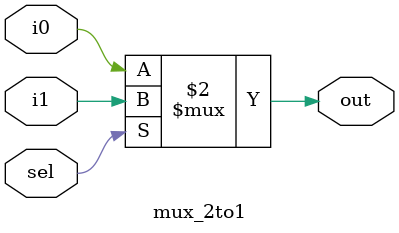
<source format=v>
module mux_2to1(i0,i1,sel,out); // declaring 2x1 multiplexer module 
input i0,i1,sel; //defining input ports
/*   output reg out; // defining output ports as register to use always
always@(i0,i1,sel) //always statement for implementation of ckt on a given event(i0 or i1 or sel change levels)
begin
if(sel)
out=i1;
else
out=i0;
end*/
output out;//defining output ports
assign out=(sel==0)?i0:i1;
endmodule


/*module mux_2to1_tb();//testbench
reg i0,i1,sel;
wire out;
mux_2to1 sample(i0,i1,sel,out);//instantiation

initial begin
	$dumpfile("test.vcd");
	$dumpvars(-1,sample);
end

initial begin
i0=0;i1=0;sel=0;#10;
i0=0;i1=1;sel=0;#10;
i0=1;i1=0;sel=0;#10;
i0=1;i1=1;sel=0;#10;
i0=0;i1=0;sel=1;#10;
i0=0;i1=1;sel=1;#10;
i0=1;i1=0;sel=1;#10;
i0=1;i1=1;sel=1;#10;
end
endmodule
*/
</source>
